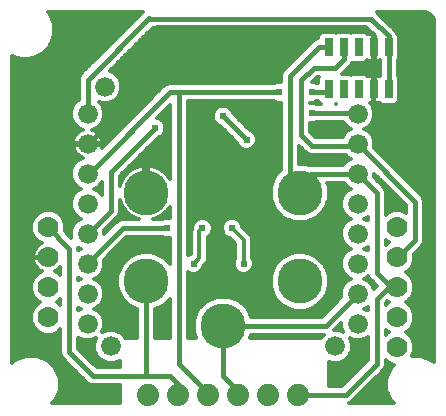
<source format=gbl>
G75*
%MOIN*%
%OFA0B0*%
%FSLAX25Y25*%
%IPPOS*%
%LPD*%
%AMOC8*
5,1,8,0,0,1.08239X$1,22.5*
%
%ADD10C,0.06600*%
%ADD11R,0.02600X0.05906*%
%ADD12C,0.07000*%
%ADD13C,0.15024*%
%ADD14C,0.07400*%
%ADD15C,0.01600*%
%ADD16C,0.01200*%
%ADD17C,0.02387*%
D10*
X0031246Y0032771D03*
X0039002Y0025222D03*
X0031246Y0042771D03*
X0031246Y0052771D03*
X0031246Y0062771D03*
X0031246Y0072771D03*
X0031246Y0082771D03*
X0031246Y0092771D03*
X0031246Y0102771D03*
X0037033Y0111836D03*
X0121246Y0102771D03*
X0121246Y0092771D03*
X0121246Y0082771D03*
X0121246Y0072771D03*
X0121246Y0062771D03*
X0121246Y0052771D03*
X0121246Y0042771D03*
X0121246Y0032771D03*
X0113805Y0025222D03*
D11*
X0111561Y0110852D03*
X0116561Y0110852D03*
X0121561Y0110852D03*
X0126561Y0110852D03*
X0131561Y0110852D03*
X0131561Y0124927D03*
X0126561Y0124927D03*
X0121561Y0124927D03*
X0116561Y0124927D03*
X0111561Y0124927D03*
D12*
X0134474Y0064868D03*
X0134474Y0054907D03*
X0134474Y0044907D03*
X0134474Y0034868D03*
X0134435Y0024868D03*
X0018175Y0034868D03*
X0018175Y0044907D03*
X0018175Y0054868D03*
X0018135Y0064907D03*
D13*
X0050813Y0076403D03*
X0050813Y0046876D03*
X0076403Y0032112D03*
X0101994Y0046876D03*
X0101994Y0076403D03*
D14*
X0101403Y0009021D03*
X0091403Y0009021D03*
X0081403Y0009021D03*
X0071403Y0009021D03*
X0061403Y0009021D03*
X0051403Y0009021D03*
D15*
X0050813Y0015380D02*
X0050813Y0046876D01*
X0057702Y0064592D02*
X0042939Y0064592D01*
X0031246Y0052899D01*
X0031246Y0052771D01*
X0025222Y0057820D02*
X0018135Y0064907D01*
X0025222Y0057820D02*
X0025222Y0023254D01*
X0033096Y0015380D01*
X0050813Y0015380D01*
X0058687Y0015380D01*
X0061403Y0012663D01*
X0061403Y0009021D01*
X0071403Y0009553D02*
X0061639Y0019317D01*
X0061639Y0109868D01*
X0058687Y0109868D01*
X0095104Y0109868D01*
X0098746Y0115271D02*
X0098746Y0082328D01*
X0101994Y0079080D01*
X0105685Y0082771D01*
X0121246Y0082771D01*
X0121246Y0082742D02*
X0127584Y0076403D01*
X0127584Y0049828D01*
X0132013Y0045399D01*
X0127584Y0040970D01*
X0127584Y0019317D01*
X0117289Y0009021D01*
X0101403Y0009021D01*
X0081403Y0009021D02*
X0081403Y0010380D01*
X0076403Y0015380D01*
X0076403Y0031694D01*
X0076821Y0032112D01*
X0076403Y0032112D01*
X0076821Y0032112D02*
X0110586Y0032112D01*
X0121246Y0042771D01*
X0132506Y0044907D02*
X0134474Y0044907D01*
X0134474Y0054750D02*
X0134474Y0054907D01*
X0134474Y0054750D02*
X0140380Y0060655D01*
X0140380Y0073450D01*
X0121246Y0092584D01*
X0121246Y0092771D01*
X0120626Y0092151D01*
X0105931Y0092151D01*
X0102496Y0095586D01*
X0102496Y0114021D01*
X0106618Y0118144D01*
X0113844Y0118144D01*
X0116561Y0120861D01*
X0116561Y0124927D01*
X0111561Y0124927D02*
X0108401Y0124927D01*
X0098746Y0115271D01*
X0105931Y0109868D02*
X0110576Y0109868D01*
X0111561Y0110852D01*
X0105931Y0102978D02*
X0121039Y0102978D01*
X0121246Y0102771D01*
X0126561Y0110852D02*
X0126561Y0117709D01*
X0126561Y0124927D01*
X0126561Y0128706D01*
X0123746Y0131521D01*
X0123647Y0131521D01*
X0054277Y0131521D01*
X0043746Y0120990D01*
X0043746Y0105271D01*
X0031246Y0092771D01*
X0031246Y0102771D02*
X0031246Y0114021D01*
X0051777Y0134553D01*
X0051856Y0134474D01*
X0125616Y0134474D01*
X0131561Y0128529D01*
X0131561Y0124927D01*
X0131561Y0110852D01*
X0101994Y0079080D02*
X0101994Y0076403D01*
X0084277Y0094120D02*
X0076403Y0101994D01*
X0061764Y0109743D02*
X0061639Y0109868D01*
X0058687Y0109868D02*
X0031590Y0082771D01*
X0039002Y0083293D02*
X0053765Y0098057D01*
X0039002Y0083293D02*
X0039002Y0070498D01*
X0031275Y0062771D01*
X0031246Y0062771D01*
X0031246Y0102771D02*
X0030921Y0102771D01*
D16*
X0020529Y0007196D02*
X0019533Y0006200D01*
X0041954Y0006200D01*
X0041954Y0012380D01*
X0032499Y0012380D01*
X0031397Y0012836D01*
X0023523Y0020710D01*
X0022679Y0021554D01*
X0022222Y0022657D01*
X0022222Y0030854D01*
X0021404Y0030035D01*
X0019309Y0029168D01*
X0017041Y0029168D01*
X0014946Y0030035D01*
X0013343Y0031639D01*
X0012475Y0033734D01*
X0012475Y0036002D01*
X0013343Y0038097D01*
X0014946Y0039700D01*
X0015399Y0039887D01*
X0014946Y0040075D01*
X0013343Y0041678D01*
X0012475Y0043773D01*
X0012475Y0046041D01*
X0013343Y0048136D01*
X0014946Y0049739D01*
X0016082Y0050210D01*
X0015502Y0050506D01*
X0014852Y0050978D01*
X0014285Y0051545D01*
X0013813Y0052195D01*
X0013448Y0052910D01*
X0013200Y0053673D01*
X0013075Y0054466D01*
X0013075Y0054582D01*
X0017889Y0054582D01*
X0017889Y0055154D01*
X0013075Y0055154D01*
X0013075Y0055269D01*
X0013200Y0056062D01*
X0013448Y0056825D01*
X0013813Y0057541D01*
X0014285Y0058190D01*
X0014852Y0058758D01*
X0015502Y0059230D01*
X0016150Y0059560D01*
X0014907Y0060075D01*
X0013303Y0061678D01*
X0012435Y0063773D01*
X0012435Y0066041D01*
X0013303Y0068136D01*
X0014907Y0069739D01*
X0017002Y0070607D01*
X0019269Y0070607D01*
X0021364Y0069739D01*
X0022968Y0068136D01*
X0023835Y0066041D01*
X0023835Y0063773D01*
X0023741Y0063544D01*
X0025843Y0061442D01*
X0025746Y0061677D01*
X0025746Y0063865D01*
X0026583Y0065887D01*
X0028130Y0067434D01*
X0028945Y0067771D01*
X0028130Y0068109D01*
X0026583Y0069656D01*
X0025746Y0071677D01*
X0025746Y0073865D01*
X0026583Y0075887D01*
X0028130Y0077434D01*
X0028945Y0077771D01*
X0028130Y0078109D01*
X0026583Y0079656D01*
X0025746Y0081677D01*
X0025746Y0083865D01*
X0026583Y0085887D01*
X0028130Y0087434D01*
X0029750Y0088105D01*
X0029365Y0088230D01*
X0028677Y0088580D01*
X0028054Y0089034D01*
X0027508Y0089579D01*
X0027055Y0090203D01*
X0026705Y0090890D01*
X0026466Y0091624D01*
X0026348Y0092371D01*
X0030846Y0092371D01*
X0030846Y0093171D01*
X0026348Y0093171D01*
X0026466Y0093919D01*
X0026705Y0094652D01*
X0027055Y0095339D01*
X0027508Y0095963D01*
X0028054Y0096509D01*
X0028677Y0096962D01*
X0029365Y0097312D01*
X0029750Y0097438D01*
X0028130Y0098109D01*
X0026583Y0099656D01*
X0025746Y0101677D01*
X0025746Y0103865D01*
X0026583Y0105887D01*
X0028130Y0107434D01*
X0028246Y0107482D01*
X0028246Y0114618D01*
X0028702Y0115721D01*
X0029546Y0116565D01*
X0029546Y0116565D01*
X0049234Y0136252D01*
X0049234Y0136252D01*
X0049746Y0136764D01*
X0017895Y0136764D01*
X0018579Y0136080D01*
X0020028Y0132580D01*
X0020028Y0128793D01*
X0018579Y0125293D01*
X0015901Y0122615D01*
X0012401Y0121165D01*
X0008613Y0121165D01*
X0006200Y0122165D01*
X0006200Y0019797D01*
X0007064Y0020661D01*
X0010564Y0022111D01*
X0014351Y0022111D01*
X0017851Y0020661D01*
X0020529Y0017983D01*
X0021979Y0014483D01*
X0021979Y0010695D01*
X0020529Y0007196D01*
X0020599Y0007365D02*
X0041954Y0007365D01*
X0041954Y0008563D02*
X0021096Y0008563D01*
X0021592Y0009762D02*
X0041954Y0009762D01*
X0041954Y0010960D02*
X0021979Y0010960D01*
X0021979Y0012159D02*
X0041954Y0012159D01*
X0041954Y0018380D02*
X0041954Y0020492D01*
X0040096Y0019722D01*
X0037908Y0019722D01*
X0035886Y0020559D01*
X0034339Y0022107D01*
X0033502Y0024128D01*
X0033502Y0026316D01*
X0034220Y0028050D01*
X0032340Y0027271D01*
X0030152Y0027271D01*
X0028222Y0028071D01*
X0028222Y0024496D01*
X0034339Y0018380D01*
X0041954Y0018380D01*
X0041954Y0019350D02*
X0033368Y0019350D01*
X0032170Y0020549D02*
X0035912Y0020549D01*
X0034698Y0021747D02*
X0030971Y0021747D01*
X0029773Y0022946D02*
X0033991Y0022946D01*
X0033502Y0024144D02*
X0028574Y0024144D01*
X0028222Y0025343D02*
X0033502Y0025343D01*
X0033595Y0026541D02*
X0028222Y0026541D01*
X0028222Y0027740D02*
X0029021Y0027740D01*
X0033470Y0027740D02*
X0034091Y0027740D01*
X0036027Y0029943D02*
X0036746Y0031677D01*
X0036746Y0033865D01*
X0035908Y0035887D01*
X0034361Y0037434D01*
X0033547Y0037771D01*
X0034361Y0038109D01*
X0035908Y0039656D01*
X0036746Y0041677D01*
X0036746Y0043865D01*
X0035908Y0045887D01*
X0034361Y0047434D01*
X0033547Y0047771D01*
X0034361Y0048109D01*
X0035908Y0049656D01*
X0036746Y0051677D01*
X0036746Y0053865D01*
X0036660Y0054071D01*
X0044181Y0061592D01*
X0056077Y0061592D01*
X0057027Y0061198D01*
X0058377Y0061198D01*
X0058639Y0061307D01*
X0058639Y0052783D01*
X0056314Y0055109D01*
X0052744Y0056587D01*
X0048881Y0056587D01*
X0045311Y0055109D01*
X0042579Y0052377D01*
X0041101Y0048807D01*
X0041101Y0044944D01*
X0042579Y0041374D01*
X0045311Y0038642D01*
X0047813Y0037606D01*
X0047813Y0028175D01*
X0043732Y0028175D01*
X0043664Y0028338D01*
X0042117Y0029885D01*
X0040096Y0030722D01*
X0037908Y0030722D01*
X0036027Y0029943D01*
X0036108Y0030137D02*
X0036494Y0030137D01*
X0036604Y0031335D02*
X0047813Y0031335D01*
X0047813Y0030137D02*
X0041509Y0030137D01*
X0043064Y0028938D02*
X0047813Y0028938D01*
X0047813Y0032534D02*
X0036746Y0032534D01*
X0036746Y0033732D02*
X0047813Y0033732D01*
X0047813Y0034931D02*
X0036304Y0034931D01*
X0035666Y0036129D02*
X0047813Y0036129D01*
X0047813Y0037328D02*
X0034467Y0037328D01*
X0034779Y0038526D02*
X0045591Y0038526D01*
X0044229Y0039725D02*
X0035937Y0039725D01*
X0036433Y0040923D02*
X0043030Y0040923D01*
X0042270Y0042122D02*
X0036746Y0042122D01*
X0036746Y0043320D02*
X0041773Y0043320D01*
X0041277Y0044519D02*
X0036475Y0044519D01*
X0035979Y0045717D02*
X0041101Y0045717D01*
X0041101Y0046916D02*
X0034879Y0046916D01*
X0034367Y0048114D02*
X0041101Y0048114D01*
X0041310Y0049313D02*
X0035565Y0049313D01*
X0036263Y0050511D02*
X0041807Y0050511D01*
X0042303Y0051710D02*
X0036746Y0051710D01*
X0036746Y0052908D02*
X0043111Y0052908D01*
X0044309Y0054107D02*
X0036696Y0054107D01*
X0037894Y0055305D02*
X0045786Y0055305D01*
X0048679Y0056504D02*
X0039093Y0056504D01*
X0040292Y0057702D02*
X0058639Y0057702D01*
X0058639Y0056504D02*
X0052946Y0056504D01*
X0055839Y0055305D02*
X0058639Y0055305D01*
X0058639Y0054107D02*
X0057316Y0054107D01*
X0058514Y0052908D02*
X0058639Y0052908D01*
X0064639Y0055659D02*
X0064639Y0106868D01*
X0093478Y0106868D01*
X0094429Y0106474D01*
X0095746Y0106474D01*
X0095746Y0083890D01*
X0093760Y0081904D01*
X0092282Y0078335D01*
X0092282Y0074471D01*
X0093760Y0070902D01*
X0096492Y0068170D01*
X0100062Y0066691D01*
X0103925Y0066691D01*
X0107495Y0068170D01*
X0110227Y0070902D01*
X0111705Y0074471D01*
X0111705Y0078335D01*
X0111111Y0079771D01*
X0116535Y0079771D01*
X0116583Y0079656D01*
X0118130Y0078109D01*
X0118945Y0077771D01*
X0118130Y0077434D01*
X0116583Y0075887D01*
X0115746Y0073865D01*
X0115746Y0071677D01*
X0116583Y0069656D01*
X0118130Y0068109D01*
X0118945Y0067771D01*
X0118130Y0067434D01*
X0116583Y0065887D01*
X0115746Y0063865D01*
X0115746Y0061677D01*
X0116583Y0059656D01*
X0118130Y0058109D01*
X0118945Y0057771D01*
X0118130Y0057434D01*
X0116583Y0055887D01*
X0115746Y0053865D01*
X0115746Y0051677D01*
X0116583Y0049656D01*
X0118130Y0048109D01*
X0118945Y0047771D01*
X0118130Y0047434D01*
X0116583Y0045887D01*
X0115746Y0043865D01*
X0115746Y0041677D01*
X0115794Y0041562D01*
X0109344Y0035112D01*
X0085672Y0035112D01*
X0084636Y0037613D01*
X0081904Y0040345D01*
X0078335Y0041824D01*
X0074471Y0041824D01*
X0070902Y0040345D01*
X0068170Y0037613D01*
X0066691Y0034044D01*
X0066691Y0030180D01*
X0067522Y0028175D01*
X0064639Y0028175D01*
X0064639Y0049904D01*
X0065886Y0049387D01*
X0067236Y0049387D01*
X0068483Y0049904D01*
X0069438Y0050859D01*
X0069954Y0052106D01*
X0069954Y0052215D01*
X0070903Y0053164D01*
X0071329Y0054193D01*
X0071329Y0061671D01*
X0071436Y0061715D01*
X0072390Y0062670D01*
X0072907Y0063917D01*
X0072907Y0065267D01*
X0072390Y0066514D01*
X0071436Y0067469D01*
X0070188Y0067986D01*
X0068838Y0067986D01*
X0067591Y0067469D01*
X0066636Y0066514D01*
X0066120Y0065267D01*
X0066120Y0065108D01*
X0065729Y0064165D01*
X0065729Y0056110D01*
X0064639Y0055659D01*
X0064639Y0056504D02*
X0065729Y0056504D01*
X0065729Y0057702D02*
X0064639Y0057702D01*
X0064639Y0058901D02*
X0065729Y0058901D01*
X0065729Y0060099D02*
X0064639Y0060099D01*
X0064639Y0061298D02*
X0065729Y0061298D01*
X0065729Y0062496D02*
X0064639Y0062496D01*
X0064639Y0063695D02*
X0065729Y0063695D01*
X0065576Y0064592D02*
X0065576Y0065576D01*
X0068529Y0068529D01*
X0071482Y0068529D01*
X0076403Y0063608D01*
X0076403Y0060655D01*
X0077434Y0061715D02*
X0078681Y0061198D01*
X0078790Y0061198D01*
X0080493Y0059495D01*
X0080493Y0054781D01*
X0080416Y0054703D01*
X0079899Y0053456D01*
X0079899Y0052106D01*
X0080416Y0050859D01*
X0081371Y0049904D01*
X0082618Y0049387D01*
X0083968Y0049387D01*
X0085215Y0049904D01*
X0086170Y0050859D01*
X0086687Y0052106D01*
X0086687Y0053456D01*
X0086170Y0054703D01*
X0086093Y0054781D01*
X0086093Y0061212D01*
X0085667Y0062241D01*
X0082750Y0065158D01*
X0082750Y0065267D01*
X0082233Y0066514D01*
X0081278Y0067469D01*
X0080031Y0067986D01*
X0078681Y0067986D01*
X0077434Y0067469D01*
X0076479Y0066514D01*
X0075962Y0065267D01*
X0075962Y0063917D01*
X0076479Y0062670D01*
X0077434Y0061715D01*
X0078441Y0061298D02*
X0071329Y0061298D01*
X0071329Y0060099D02*
X0079889Y0060099D01*
X0080493Y0058901D02*
X0071329Y0058901D01*
X0071329Y0057702D02*
X0080493Y0057702D01*
X0080493Y0056504D02*
X0071329Y0056504D01*
X0071329Y0055305D02*
X0080493Y0055305D01*
X0080169Y0054107D02*
X0071294Y0054107D01*
X0070648Y0052908D02*
X0079899Y0052908D01*
X0080063Y0051710D02*
X0069790Y0051710D01*
X0069090Y0050511D02*
X0080763Y0050511D01*
X0083293Y0052781D02*
X0083293Y0060655D01*
X0079356Y0064592D01*
X0081457Y0067291D02*
X0098615Y0067291D01*
X0096173Y0068489D02*
X0064639Y0068489D01*
X0064639Y0067291D02*
X0067412Y0067291D01*
X0066461Y0066092D02*
X0064639Y0066092D01*
X0064639Y0064893D02*
X0066031Y0064893D01*
X0068529Y0063608D02*
X0068529Y0054750D01*
X0066561Y0052781D01*
X0064639Y0049313D02*
X0092491Y0049313D01*
X0092282Y0048807D02*
X0092282Y0044944D01*
X0093760Y0041374D01*
X0096492Y0038642D01*
X0100062Y0037164D01*
X0103925Y0037164D01*
X0107495Y0038642D01*
X0110227Y0041374D01*
X0111705Y0044944D01*
X0111705Y0048807D01*
X0110227Y0052377D01*
X0107495Y0055109D01*
X0103925Y0056587D01*
X0100062Y0056587D01*
X0096492Y0055109D01*
X0093760Y0052377D01*
X0092282Y0048807D01*
X0092282Y0048114D02*
X0064639Y0048114D01*
X0064639Y0046916D02*
X0092282Y0046916D01*
X0092282Y0045717D02*
X0064639Y0045717D01*
X0064639Y0044519D02*
X0092458Y0044519D01*
X0092954Y0043320D02*
X0064639Y0043320D01*
X0064639Y0042122D02*
X0093451Y0042122D01*
X0094211Y0040923D02*
X0080509Y0040923D01*
X0082525Y0039725D02*
X0095410Y0039725D01*
X0096773Y0038526D02*
X0083723Y0038526D01*
X0084755Y0037328D02*
X0099666Y0037328D01*
X0104321Y0037328D02*
X0111560Y0037328D01*
X0112758Y0038526D02*
X0107215Y0038526D01*
X0108577Y0039725D02*
X0113957Y0039725D01*
X0115155Y0040923D02*
X0109776Y0040923D01*
X0110537Y0042122D02*
X0115746Y0042122D01*
X0115746Y0043320D02*
X0111033Y0043320D01*
X0111529Y0044519D02*
X0116016Y0044519D01*
X0116513Y0045717D02*
X0111705Y0045717D01*
X0111705Y0046916D02*
X0117612Y0046916D01*
X0118124Y0048114D02*
X0111705Y0048114D01*
X0111496Y0049313D02*
X0116926Y0049313D01*
X0116229Y0050511D02*
X0111000Y0050511D01*
X0110503Y0051710D02*
X0115746Y0051710D01*
X0115746Y0052908D02*
X0109695Y0052908D01*
X0108497Y0054107D02*
X0115846Y0054107D01*
X0116342Y0055305D02*
X0107020Y0055305D01*
X0104127Y0056504D02*
X0117200Y0056504D01*
X0118778Y0057702D02*
X0086093Y0057702D01*
X0086093Y0056504D02*
X0099860Y0056504D01*
X0096967Y0055305D02*
X0086093Y0055305D01*
X0086417Y0054107D02*
X0095490Y0054107D01*
X0094292Y0052908D02*
X0086687Y0052908D01*
X0086522Y0051710D02*
X0093484Y0051710D01*
X0092988Y0050511D02*
X0085823Y0050511D01*
X0086093Y0058901D02*
X0117338Y0058901D01*
X0116399Y0060099D02*
X0086093Y0060099D01*
X0086057Y0061298D02*
X0115903Y0061298D01*
X0115746Y0062496D02*
X0085411Y0062496D01*
X0084213Y0063695D02*
X0115746Y0063695D01*
X0116172Y0064893D02*
X0083014Y0064893D01*
X0082408Y0066092D02*
X0116788Y0066092D01*
X0117987Y0067291D02*
X0105372Y0067291D01*
X0107814Y0068489D02*
X0117750Y0068489D01*
X0116570Y0069688D02*
X0109013Y0069688D01*
X0110211Y0070886D02*
X0116073Y0070886D01*
X0115746Y0072085D02*
X0110717Y0072085D01*
X0111213Y0073283D02*
X0115746Y0073283D01*
X0116001Y0074482D02*
X0111705Y0074482D01*
X0111705Y0075680D02*
X0116497Y0075680D01*
X0117575Y0076879D02*
X0111705Y0076879D01*
X0111705Y0078077D02*
X0118206Y0078077D01*
X0116963Y0079276D02*
X0111316Y0079276D01*
X0116535Y0085771D02*
X0105088Y0085771D01*
X0104922Y0085702D01*
X0103925Y0086115D01*
X0101746Y0086115D01*
X0101746Y0092094D01*
X0103387Y0090452D01*
X0104231Y0089608D01*
X0105334Y0089151D01*
X0117088Y0089151D01*
X0118130Y0088109D01*
X0118945Y0087771D01*
X0118130Y0087434D01*
X0116583Y0085887D01*
X0116535Y0085771D01*
X0117163Y0086467D02*
X0101746Y0086467D01*
X0101746Y0087665D02*
X0118689Y0087665D01*
X0117375Y0088864D02*
X0101746Y0088864D01*
X0101746Y0090062D02*
X0103777Y0090062D01*
X0102578Y0091261D02*
X0101746Y0091261D01*
X0106270Y0096055D02*
X0116751Y0096055D01*
X0116583Y0095887D02*
X0116278Y0095151D01*
X0107173Y0095151D01*
X0105496Y0096829D01*
X0105496Y0099584D01*
X0106606Y0099584D01*
X0107556Y0099978D01*
X0116450Y0099978D01*
X0116583Y0099656D01*
X0118130Y0098109D01*
X0118945Y0097771D01*
X0118130Y0097434D01*
X0116583Y0095887D01*
X0117950Y0097253D02*
X0105496Y0097253D01*
X0105496Y0098452D02*
X0117787Y0098452D01*
X0116588Y0099650D02*
X0106765Y0099650D01*
X0107556Y0105978D02*
X0106606Y0106372D01*
X0105496Y0106372D01*
X0105496Y0106474D01*
X0106606Y0106474D01*
X0107556Y0106868D01*
X0108181Y0106868D01*
X0109071Y0105978D01*
X0107556Y0105978D01*
X0107493Y0106841D02*
X0108207Y0106841D01*
X0114051Y0105978D02*
X0114061Y0105988D01*
X0114071Y0105978D01*
X0114051Y0105978D01*
X0108061Y0112868D02*
X0107556Y0112868D01*
X0106606Y0113261D01*
X0105978Y0113261D01*
X0107861Y0115144D01*
X0108489Y0115144D01*
X0108061Y0114716D01*
X0108061Y0112868D01*
X0108061Y0114032D02*
X0106749Y0114032D01*
X0100455Y0121224D02*
X0042691Y0121224D01*
X0043889Y0122422D02*
X0101654Y0122422D01*
X0102852Y0123621D02*
X0045088Y0123621D01*
X0046286Y0124819D02*
X0104051Y0124819D01*
X0105249Y0126018D02*
X0047485Y0126018D01*
X0048683Y0127216D02*
X0106448Y0127216D01*
X0106702Y0127470D02*
X0097046Y0117815D01*
X0096202Y0116971D01*
X0095746Y0115868D01*
X0095746Y0113261D01*
X0094429Y0113261D01*
X0093478Y0112868D01*
X0058090Y0112868D01*
X0056987Y0112411D01*
X0056143Y0111567D01*
X0035941Y0091364D01*
X0036025Y0091624D01*
X0036143Y0092371D01*
X0031646Y0092371D01*
X0031646Y0093171D01*
X0036143Y0093171D01*
X0036025Y0093919D01*
X0035787Y0094652D01*
X0035437Y0095339D01*
X0034983Y0095963D01*
X0034438Y0096509D01*
X0033814Y0096962D01*
X0033127Y0097312D01*
X0032741Y0097438D01*
X0034361Y0098109D01*
X0035908Y0099656D01*
X0036746Y0101677D01*
X0036746Y0103865D01*
X0035908Y0105887D01*
X0035119Y0106676D01*
X0035939Y0106336D01*
X0038127Y0106336D01*
X0040149Y0107174D01*
X0041696Y0108721D01*
X0042533Y0110742D01*
X0042533Y0112930D01*
X0041696Y0114952D01*
X0040149Y0116499D01*
X0038605Y0117138D01*
X0052941Y0131474D01*
X0124373Y0131474D01*
X0126368Y0129480D01*
X0125050Y0129480D01*
X0124643Y0129370D01*
X0124540Y0129311D01*
X0123772Y0130080D01*
X0119349Y0130080D01*
X0119061Y0129791D01*
X0118772Y0130080D01*
X0114349Y0130080D01*
X0114061Y0129791D01*
X0113772Y0130080D01*
X0109349Y0130080D01*
X0108061Y0128791D01*
X0108061Y0127927D01*
X0107804Y0127927D01*
X0106702Y0127470D01*
X0108061Y0128415D02*
X0049882Y0128415D01*
X0051080Y0129613D02*
X0108883Y0129613D01*
X0099257Y0120025D02*
X0041492Y0120025D01*
X0040294Y0118827D02*
X0098058Y0118827D01*
X0097046Y0117815D02*
X0097046Y0117815D01*
X0096860Y0117628D02*
X0039095Y0117628D01*
X0040218Y0116429D02*
X0095978Y0116429D01*
X0095746Y0115231D02*
X0041416Y0115231D01*
X0042077Y0114032D02*
X0095746Y0114032D01*
X0093542Y0106841D02*
X0064639Y0106841D01*
X0064639Y0105643D02*
X0095746Y0105643D01*
X0095746Y0104444D02*
X0078752Y0104444D01*
X0078326Y0104871D02*
X0077078Y0105387D01*
X0075728Y0105387D01*
X0074481Y0104871D01*
X0073526Y0103916D01*
X0073009Y0102669D01*
X0073009Y0101319D01*
X0073526Y0100071D01*
X0074481Y0099117D01*
X0075431Y0098723D01*
X0081006Y0093148D01*
X0081400Y0092197D01*
X0082355Y0091243D01*
X0083602Y0090726D01*
X0084952Y0090726D01*
X0086200Y0091243D01*
X0087154Y0092197D01*
X0087671Y0093445D01*
X0087671Y0094795D01*
X0087154Y0096042D01*
X0086200Y0096997D01*
X0085249Y0097390D01*
X0079674Y0102966D01*
X0079280Y0103916D01*
X0078326Y0104871D01*
X0079558Y0103246D02*
X0095746Y0103246D01*
X0095746Y0102047D02*
X0080592Y0102047D01*
X0081791Y0100849D02*
X0095746Y0100849D01*
X0095746Y0099650D02*
X0082989Y0099650D01*
X0084188Y0098452D02*
X0095746Y0098452D01*
X0095746Y0097253D02*
X0085580Y0097253D01*
X0087141Y0096055D02*
X0095746Y0096055D01*
X0095746Y0094856D02*
X0087645Y0094856D01*
X0087671Y0093658D02*
X0095746Y0093658D01*
X0095746Y0092459D02*
X0087263Y0092459D01*
X0086218Y0091261D02*
X0095746Y0091261D01*
X0095746Y0090062D02*
X0064639Y0090062D01*
X0064639Y0088864D02*
X0095746Y0088864D01*
X0095746Y0087665D02*
X0064639Y0087665D01*
X0064639Y0086467D02*
X0095746Y0086467D01*
X0095746Y0085268D02*
X0064639Y0085268D01*
X0064639Y0084070D02*
X0095746Y0084070D01*
X0094727Y0082871D02*
X0064639Y0082871D01*
X0064639Y0081673D02*
X0093664Y0081673D01*
X0093168Y0080474D02*
X0064639Y0080474D01*
X0064639Y0079276D02*
X0092672Y0079276D01*
X0092282Y0078077D02*
X0064639Y0078077D01*
X0064639Y0076879D02*
X0092282Y0076879D01*
X0092282Y0075680D02*
X0064639Y0075680D01*
X0064639Y0074482D02*
X0092282Y0074482D01*
X0092774Y0073283D02*
X0064639Y0073283D01*
X0064639Y0072085D02*
X0093271Y0072085D01*
X0093776Y0070886D02*
X0064639Y0070886D01*
X0064639Y0069688D02*
X0094975Y0069688D01*
X0077255Y0067291D02*
X0071614Y0067291D01*
X0072565Y0066092D02*
X0076304Y0066092D01*
X0075962Y0064893D02*
X0072907Y0064893D01*
X0072815Y0063695D02*
X0076054Y0063695D01*
X0076652Y0062496D02*
X0072217Y0062496D01*
X0069513Y0064592D02*
X0068529Y0063608D01*
X0058639Y0061298D02*
X0058618Y0061298D01*
X0058639Y0060099D02*
X0042689Y0060099D01*
X0043887Y0061298D02*
X0056787Y0061298D01*
X0058639Y0058901D02*
X0041490Y0058901D01*
X0036746Y0062642D02*
X0036746Y0063865D01*
X0036706Y0063960D01*
X0040701Y0067954D01*
X0041545Y0068798D01*
X0042002Y0069901D01*
X0042002Y0074081D01*
X0042166Y0073468D01*
X0042623Y0072364D01*
X0043220Y0071330D01*
X0043947Y0070382D01*
X0044792Y0069538D01*
X0045739Y0068811D01*
X0046774Y0068213D01*
X0047877Y0067756D01*
X0048491Y0067592D01*
X0042342Y0067592D01*
X0041239Y0067135D01*
X0040395Y0066291D01*
X0036746Y0062642D01*
X0036746Y0063695D02*
X0037799Y0063695D01*
X0037640Y0064893D02*
X0038997Y0064893D01*
X0038839Y0066092D02*
X0040196Y0066092D01*
X0040037Y0067291D02*
X0041614Y0067291D01*
X0041236Y0068489D02*
X0046297Y0068489D01*
X0044642Y0069688D02*
X0041913Y0069688D01*
X0042002Y0070886D02*
X0043561Y0070886D01*
X0042785Y0072085D02*
X0042002Y0072085D01*
X0042002Y0073283D02*
X0042242Y0073283D01*
X0042002Y0078725D02*
X0042002Y0082050D01*
X0054737Y0094786D01*
X0055688Y0095180D01*
X0056642Y0096134D01*
X0057159Y0097382D01*
X0057159Y0098732D01*
X0056642Y0099979D01*
X0055688Y0100934D01*
X0054491Y0101429D01*
X0058639Y0105578D01*
X0058639Y0081070D01*
X0058405Y0081476D01*
X0057678Y0082424D01*
X0056833Y0083268D01*
X0055886Y0083996D01*
X0054851Y0084593D01*
X0053748Y0085050D01*
X0052594Y0085359D01*
X0051413Y0085515D01*
X0051413Y0077003D01*
X0050213Y0077003D01*
X0050213Y0085515D01*
X0049031Y0085359D01*
X0047877Y0085050D01*
X0046774Y0084593D01*
X0045739Y0083996D01*
X0044792Y0083268D01*
X0043947Y0082424D01*
X0043220Y0081476D01*
X0042623Y0080442D01*
X0042166Y0079338D01*
X0042002Y0078725D01*
X0042002Y0079276D02*
X0042149Y0079276D01*
X0042002Y0080474D02*
X0042642Y0080474D01*
X0042002Y0081673D02*
X0043371Y0081673D01*
X0042822Y0082871D02*
X0044395Y0082871D01*
X0044021Y0084070D02*
X0045868Y0084070D01*
X0045219Y0085268D02*
X0048692Y0085268D01*
X0050213Y0085268D02*
X0051413Y0085268D01*
X0051413Y0084070D02*
X0050213Y0084070D01*
X0050213Y0082871D02*
X0051413Y0082871D01*
X0051413Y0081673D02*
X0050213Y0081673D01*
X0050213Y0080474D02*
X0051413Y0080474D01*
X0051413Y0079276D02*
X0050213Y0079276D01*
X0050213Y0078077D02*
X0051413Y0078077D01*
X0055757Y0084070D02*
X0058639Y0084070D01*
X0058639Y0085268D02*
X0052933Y0085268D01*
X0057231Y0082871D02*
X0058639Y0082871D01*
X0058639Y0081673D02*
X0058254Y0081673D01*
X0058639Y0086467D02*
X0046418Y0086467D01*
X0047616Y0087665D02*
X0058639Y0087665D01*
X0058639Y0088864D02*
X0048815Y0088864D01*
X0050014Y0090062D02*
X0058639Y0090062D01*
X0058639Y0091261D02*
X0051212Y0091261D01*
X0052411Y0092459D02*
X0058639Y0092459D01*
X0058639Y0093658D02*
X0053609Y0093658D01*
X0054907Y0094856D02*
X0058639Y0094856D01*
X0058639Y0096055D02*
X0056563Y0096055D01*
X0057106Y0097253D02*
X0058639Y0097253D01*
X0058639Y0098452D02*
X0057159Y0098452D01*
X0056779Y0099650D02*
X0058639Y0099650D01*
X0058639Y0100849D02*
X0055773Y0100849D01*
X0055109Y0102047D02*
X0058639Y0102047D01*
X0058639Y0103246D02*
X0056307Y0103246D01*
X0057506Y0104444D02*
X0058639Y0104444D01*
X0064639Y0104444D02*
X0074054Y0104444D01*
X0073248Y0103246D02*
X0064639Y0103246D01*
X0064639Y0102047D02*
X0073009Y0102047D01*
X0073204Y0100849D02*
X0064639Y0100849D01*
X0064639Y0099650D02*
X0073947Y0099650D01*
X0075702Y0098452D02*
X0064639Y0098452D01*
X0064639Y0097253D02*
X0076901Y0097253D01*
X0078099Y0096055D02*
X0064639Y0096055D01*
X0064639Y0094856D02*
X0079298Y0094856D01*
X0080496Y0093658D02*
X0064639Y0093658D01*
X0064639Y0092459D02*
X0081292Y0092459D01*
X0082337Y0091261D02*
X0064639Y0091261D01*
X0050219Y0105643D02*
X0036009Y0105643D01*
X0036506Y0104444D02*
X0049021Y0104444D01*
X0047822Y0103246D02*
X0036746Y0103246D01*
X0036746Y0102047D02*
X0046624Y0102047D01*
X0045425Y0100849D02*
X0036403Y0100849D01*
X0035903Y0099650D02*
X0044227Y0099650D01*
X0043028Y0098452D02*
X0034704Y0098452D01*
X0033242Y0097253D02*
X0041830Y0097253D01*
X0040631Y0096055D02*
X0034892Y0096055D01*
X0035683Y0094856D02*
X0039433Y0094856D01*
X0038234Y0093658D02*
X0036066Y0093658D01*
X0037036Y0092459D02*
X0031646Y0092459D01*
X0030846Y0092459D02*
X0006200Y0092459D01*
X0006200Y0091261D02*
X0026584Y0091261D01*
X0027157Y0090062D02*
X0006200Y0090062D01*
X0006200Y0088864D02*
X0028288Y0088864D01*
X0028689Y0087665D02*
X0006200Y0087665D01*
X0006200Y0086467D02*
X0027163Y0086467D01*
X0026327Y0085268D02*
X0006200Y0085268D01*
X0006200Y0084070D02*
X0025830Y0084070D01*
X0025746Y0082871D02*
X0006200Y0082871D01*
X0006200Y0081673D02*
X0025748Y0081673D01*
X0026244Y0080474D02*
X0006200Y0080474D01*
X0006200Y0079276D02*
X0026963Y0079276D01*
X0028206Y0078077D02*
X0006200Y0078077D01*
X0006200Y0076879D02*
X0027575Y0076879D01*
X0026497Y0075680D02*
X0006200Y0075680D01*
X0006200Y0074482D02*
X0026001Y0074482D01*
X0025746Y0073283D02*
X0006200Y0073283D01*
X0006200Y0072085D02*
X0025746Y0072085D01*
X0026073Y0070886D02*
X0006200Y0070886D01*
X0006200Y0069688D02*
X0014855Y0069688D01*
X0013656Y0068489D02*
X0006200Y0068489D01*
X0006200Y0067291D02*
X0012953Y0067291D01*
X0012457Y0066092D02*
X0006200Y0066092D01*
X0006200Y0064893D02*
X0012435Y0064893D01*
X0012468Y0063695D02*
X0006200Y0063695D01*
X0006200Y0062496D02*
X0012964Y0062496D01*
X0013684Y0061298D02*
X0006200Y0061298D01*
X0006200Y0060099D02*
X0014882Y0060099D01*
X0015049Y0058901D02*
X0006200Y0058901D01*
X0006200Y0057702D02*
X0013930Y0057702D01*
X0013344Y0056504D02*
X0006200Y0056504D01*
X0006200Y0055305D02*
X0013081Y0055305D01*
X0013132Y0054107D02*
X0006200Y0054107D01*
X0006200Y0052908D02*
X0013449Y0052908D01*
X0014165Y0051710D02*
X0006200Y0051710D01*
X0006200Y0050511D02*
X0015494Y0050511D01*
X0014520Y0049313D02*
X0006200Y0049313D01*
X0006200Y0048114D02*
X0013334Y0048114D01*
X0012837Y0046916D02*
X0006200Y0046916D01*
X0006200Y0045717D02*
X0012475Y0045717D01*
X0012475Y0044519D02*
X0006200Y0044519D01*
X0006200Y0043320D02*
X0012662Y0043320D01*
X0013159Y0042122D02*
X0006200Y0042122D01*
X0006200Y0040923D02*
X0014098Y0040923D01*
X0015006Y0039725D02*
X0006200Y0039725D01*
X0006200Y0038526D02*
X0013772Y0038526D01*
X0013024Y0037328D02*
X0006200Y0037328D01*
X0006200Y0036129D02*
X0012528Y0036129D01*
X0012475Y0034931D02*
X0006200Y0034931D01*
X0006200Y0033732D02*
X0012476Y0033732D01*
X0012972Y0032534D02*
X0006200Y0032534D01*
X0006200Y0031335D02*
X0013646Y0031335D01*
X0014845Y0030137D02*
X0006200Y0030137D01*
X0006200Y0028938D02*
X0022222Y0028938D01*
X0022222Y0027740D02*
X0006200Y0027740D01*
X0006200Y0026541D02*
X0022222Y0026541D01*
X0022222Y0025343D02*
X0006200Y0025343D01*
X0006200Y0024144D02*
X0022222Y0024144D01*
X0022222Y0022946D02*
X0006200Y0022946D01*
X0006200Y0021747D02*
X0009686Y0021747D01*
X0006952Y0020549D02*
X0006200Y0020549D01*
X0015229Y0021747D02*
X0022599Y0021747D01*
X0023684Y0020549D02*
X0017963Y0020549D01*
X0019162Y0019350D02*
X0024883Y0019350D01*
X0026081Y0018152D02*
X0020360Y0018152D01*
X0020956Y0016953D02*
X0027280Y0016953D01*
X0028478Y0015755D02*
X0021452Y0015755D01*
X0021949Y0014556D02*
X0029677Y0014556D01*
X0030875Y0013358D02*
X0021979Y0013358D01*
X0022222Y0030137D02*
X0021505Y0030137D01*
X0028222Y0037472D02*
X0028222Y0038071D01*
X0028945Y0037771D01*
X0028222Y0037472D01*
X0022222Y0038881D02*
X0021404Y0039700D01*
X0020951Y0039887D01*
X0021404Y0040075D01*
X0022222Y0040893D01*
X0022222Y0038881D01*
X0022222Y0039725D02*
X0021344Y0039725D01*
X0028222Y0047472D02*
X0028222Y0048071D01*
X0028945Y0047771D01*
X0028222Y0047472D01*
X0022222Y0048921D02*
X0022222Y0051762D01*
X0022065Y0051545D01*
X0021497Y0050978D01*
X0020848Y0050506D01*
X0020267Y0050210D01*
X0021404Y0049739D01*
X0022222Y0048921D01*
X0022222Y0049313D02*
X0021830Y0049313D01*
X0022222Y0050511D02*
X0020855Y0050511D01*
X0022184Y0051710D02*
X0022222Y0051710D01*
X0028222Y0057472D02*
X0028222Y0058071D01*
X0028945Y0057771D01*
X0028222Y0057472D01*
X0028222Y0057702D02*
X0028778Y0057702D01*
X0025746Y0062496D02*
X0024789Y0062496D01*
X0025746Y0063695D02*
X0023803Y0063695D01*
X0023835Y0064893D02*
X0026172Y0064893D01*
X0026788Y0066092D02*
X0023814Y0066092D01*
X0023318Y0067291D02*
X0027987Y0067291D01*
X0027750Y0068489D02*
X0022615Y0068489D01*
X0021416Y0069688D02*
X0026570Y0069688D01*
X0033547Y0077771D02*
X0034361Y0077434D01*
X0035908Y0075887D01*
X0036002Y0075662D01*
X0036002Y0079881D01*
X0035908Y0079656D01*
X0034361Y0078109D01*
X0033547Y0077771D01*
X0034285Y0078077D02*
X0036002Y0078077D01*
X0036002Y0076879D02*
X0034916Y0076879D01*
X0035994Y0075680D02*
X0036002Y0075680D01*
X0036002Y0079276D02*
X0035528Y0079276D01*
X0026425Y0093658D02*
X0006200Y0093658D01*
X0006200Y0094856D02*
X0026809Y0094856D01*
X0027600Y0096055D02*
X0006200Y0096055D01*
X0006200Y0097253D02*
X0029249Y0097253D01*
X0027787Y0098452D02*
X0006200Y0098452D01*
X0006200Y0099650D02*
X0026588Y0099650D01*
X0026089Y0100849D02*
X0006200Y0100849D01*
X0006200Y0102047D02*
X0025746Y0102047D01*
X0025746Y0103246D02*
X0006200Y0103246D01*
X0006200Y0104444D02*
X0025986Y0104444D01*
X0026482Y0105643D02*
X0006200Y0105643D01*
X0006200Y0106841D02*
X0027538Y0106841D01*
X0028246Y0108040D02*
X0006200Y0108040D01*
X0006200Y0109238D02*
X0028246Y0109238D01*
X0028246Y0110437D02*
X0006200Y0110437D01*
X0006200Y0111635D02*
X0028246Y0111635D01*
X0028246Y0112834D02*
X0006200Y0112834D01*
X0006200Y0114032D02*
X0028246Y0114032D01*
X0028500Y0115231D02*
X0006200Y0115231D01*
X0006200Y0116429D02*
X0029411Y0116429D01*
X0030610Y0117628D02*
X0006200Y0117628D01*
X0006200Y0118827D02*
X0031808Y0118827D01*
X0033007Y0120025D02*
X0006200Y0120025D01*
X0006200Y0121224D02*
X0008472Y0121224D01*
X0012542Y0121224D02*
X0034205Y0121224D01*
X0035404Y0122422D02*
X0015435Y0122422D01*
X0016906Y0123621D02*
X0036602Y0123621D01*
X0037801Y0124819D02*
X0018105Y0124819D01*
X0018879Y0126018D02*
X0038999Y0126018D01*
X0040198Y0127216D02*
X0019375Y0127216D01*
X0019872Y0128415D02*
X0041396Y0128415D01*
X0042595Y0129613D02*
X0020028Y0129613D01*
X0020028Y0130812D02*
X0043793Y0130812D01*
X0044992Y0132010D02*
X0020028Y0132010D01*
X0019768Y0133209D02*
X0046190Y0133209D01*
X0047389Y0134407D02*
X0019272Y0134407D01*
X0018775Y0135606D02*
X0048587Y0135606D01*
X0052279Y0130812D02*
X0125035Y0130812D01*
X0124238Y0129613D02*
X0126234Y0129613D01*
X0126511Y0129337D02*
X0126611Y0129236D01*
X0126611Y0124977D01*
X0126511Y0124977D01*
X0126511Y0129337D01*
X0126462Y0128706D02*
X0123647Y0131521D01*
X0126462Y0128706D02*
X0126561Y0128706D01*
X0126511Y0128415D02*
X0126611Y0128415D01*
X0126611Y0127216D02*
X0126511Y0127216D01*
X0126511Y0126018D02*
X0126611Y0126018D01*
X0126611Y0124877D02*
X0126511Y0124877D01*
X0126511Y0120374D01*
X0125050Y0120374D01*
X0124643Y0120483D01*
X0124540Y0120542D01*
X0123772Y0119774D01*
X0119358Y0119774D01*
X0119104Y0119161D01*
X0116387Y0116445D01*
X0115947Y0116005D01*
X0118772Y0116005D01*
X0119061Y0115716D01*
X0119349Y0116005D01*
X0123772Y0116005D01*
X0124540Y0115236D01*
X0124643Y0115296D01*
X0125050Y0115405D01*
X0126511Y0115405D01*
X0126511Y0110902D01*
X0126611Y0110902D01*
X0126611Y0115405D01*
X0128071Y0115405D01*
X0128478Y0115296D01*
X0128561Y0115248D01*
X0128561Y0120531D01*
X0128478Y0120483D01*
X0128071Y0120374D01*
X0126611Y0120374D01*
X0126611Y0124877D01*
X0126611Y0124819D02*
X0126511Y0124819D01*
X0126511Y0123621D02*
X0126611Y0123621D01*
X0126611Y0122422D02*
X0126511Y0122422D01*
X0126511Y0121224D02*
X0126611Y0121224D01*
X0128561Y0120025D02*
X0124023Y0120025D01*
X0128561Y0118827D02*
X0118769Y0118827D01*
X0117571Y0117628D02*
X0128561Y0117628D01*
X0128561Y0116429D02*
X0116372Y0116429D01*
X0126511Y0115231D02*
X0126611Y0115231D01*
X0126611Y0114032D02*
X0126511Y0114032D01*
X0126511Y0112834D02*
X0126611Y0112834D01*
X0126611Y0111635D02*
X0126511Y0111635D01*
X0126511Y0110802D02*
X0126611Y0110802D01*
X0126611Y0106299D01*
X0128071Y0106299D01*
X0128478Y0106408D01*
X0128581Y0106468D01*
X0129349Y0105699D01*
X0133772Y0105699D01*
X0135061Y0106988D01*
X0135061Y0114716D01*
X0134561Y0115216D01*
X0134561Y0120563D01*
X0135061Y0121063D01*
X0135061Y0128791D01*
X0134444Y0129407D01*
X0134104Y0130228D01*
X0133260Y0131072D01*
X0128159Y0136173D01*
X0127569Y0136764D01*
X0143332Y0136764D01*
X0143844Y0136723D01*
X0144819Y0136407D01*
X0145647Y0135805D01*
X0146249Y0134976D01*
X0146566Y0134002D01*
X0146606Y0133490D01*
X0146606Y0019858D01*
X0145804Y0020661D01*
X0142304Y0022111D01*
X0139462Y0022111D01*
X0140135Y0023734D01*
X0140135Y0026002D01*
X0139267Y0028097D01*
X0137663Y0029700D01*
X0137278Y0029860D01*
X0137703Y0030035D01*
X0139306Y0031639D01*
X0140174Y0033734D01*
X0140174Y0036002D01*
X0139306Y0038097D01*
X0137703Y0039700D01*
X0137250Y0039887D01*
X0137703Y0040075D01*
X0139306Y0041678D01*
X0140174Y0043773D01*
X0140174Y0046041D01*
X0139306Y0048136D01*
X0137703Y0049739D01*
X0137298Y0049907D01*
X0137703Y0050075D01*
X0139306Y0051678D01*
X0140174Y0053773D01*
X0140174Y0056041D01*
X0140125Y0056158D01*
X0142923Y0058956D01*
X0143380Y0060058D01*
X0143380Y0072854D01*
X0143380Y0074047D01*
X0142923Y0075150D01*
X0126643Y0091430D01*
X0126746Y0091677D01*
X0126746Y0093865D01*
X0125908Y0095887D01*
X0124361Y0097434D01*
X0123547Y0097771D01*
X0124361Y0098109D01*
X0125908Y0099656D01*
X0126746Y0101677D01*
X0126746Y0103865D01*
X0125908Y0105887D01*
X0125496Y0106299D01*
X0126511Y0106299D01*
X0126511Y0110802D01*
X0126511Y0110437D02*
X0126611Y0110437D01*
X0126611Y0109238D02*
X0126511Y0109238D01*
X0126511Y0108040D02*
X0126611Y0108040D01*
X0126611Y0106841D02*
X0126511Y0106841D01*
X0126009Y0105643D02*
X0146606Y0105643D01*
X0146606Y0106841D02*
X0134914Y0106841D01*
X0135061Y0108040D02*
X0146606Y0108040D01*
X0146606Y0109238D02*
X0135061Y0109238D01*
X0135061Y0110437D02*
X0146606Y0110437D01*
X0146606Y0111635D02*
X0135061Y0111635D01*
X0135061Y0112834D02*
X0146606Y0112834D01*
X0146606Y0114032D02*
X0135061Y0114032D01*
X0134561Y0115231D02*
X0146606Y0115231D01*
X0146606Y0116429D02*
X0134561Y0116429D01*
X0134561Y0117628D02*
X0146606Y0117628D01*
X0146606Y0118827D02*
X0134561Y0118827D01*
X0134561Y0120025D02*
X0146606Y0120025D01*
X0146606Y0121224D02*
X0135061Y0121224D01*
X0135061Y0122422D02*
X0146606Y0122422D01*
X0146606Y0123621D02*
X0135061Y0123621D01*
X0135061Y0124819D02*
X0146606Y0124819D01*
X0146606Y0126018D02*
X0135061Y0126018D01*
X0135061Y0127216D02*
X0146606Y0127216D01*
X0146606Y0128415D02*
X0135061Y0128415D01*
X0134359Y0129613D02*
X0146606Y0129613D01*
X0146606Y0130812D02*
X0133521Y0130812D01*
X0132322Y0132010D02*
X0146606Y0132010D01*
X0146606Y0133209D02*
X0131124Y0133209D01*
X0129925Y0134407D02*
X0146434Y0134407D01*
X0145792Y0135606D02*
X0128727Y0135606D01*
X0126506Y0104444D02*
X0146606Y0104444D01*
X0146606Y0103246D02*
X0126746Y0103246D01*
X0126746Y0102047D02*
X0146606Y0102047D01*
X0146606Y0100849D02*
X0126403Y0100849D01*
X0125903Y0099650D02*
X0146606Y0099650D01*
X0146606Y0098452D02*
X0124704Y0098452D01*
X0124542Y0097253D02*
X0146606Y0097253D01*
X0146606Y0096055D02*
X0125740Y0096055D01*
X0126335Y0094856D02*
X0146606Y0094856D01*
X0146606Y0093658D02*
X0126746Y0093658D01*
X0126746Y0092459D02*
X0146606Y0092459D01*
X0146606Y0091261D02*
X0126812Y0091261D01*
X0128010Y0090062D02*
X0146606Y0090062D01*
X0146606Y0088864D02*
X0129209Y0088864D01*
X0130407Y0087665D02*
X0146606Y0087665D01*
X0146606Y0086467D02*
X0131606Y0086467D01*
X0132804Y0085268D02*
X0146606Y0085268D01*
X0146606Y0084070D02*
X0134003Y0084070D01*
X0135201Y0082871D02*
X0146606Y0082871D01*
X0146606Y0081673D02*
X0136400Y0081673D01*
X0137598Y0080474D02*
X0146606Y0080474D01*
X0146606Y0079276D02*
X0138797Y0079276D01*
X0139995Y0078077D02*
X0146606Y0078077D01*
X0146606Y0076879D02*
X0141194Y0076879D01*
X0142392Y0075680D02*
X0146606Y0075680D01*
X0146606Y0074482D02*
X0143200Y0074482D01*
X0143380Y0073283D02*
X0146606Y0073283D01*
X0146606Y0072085D02*
X0143380Y0072085D01*
X0143380Y0070886D02*
X0146606Y0070886D01*
X0146606Y0069688D02*
X0143380Y0069688D01*
X0143380Y0068489D02*
X0146606Y0068489D01*
X0146606Y0067291D02*
X0143380Y0067291D01*
X0143380Y0066092D02*
X0146606Y0066092D01*
X0146606Y0064893D02*
X0143380Y0064893D01*
X0143380Y0063695D02*
X0146606Y0063695D01*
X0146606Y0062496D02*
X0143380Y0062496D01*
X0143380Y0061298D02*
X0146606Y0061298D01*
X0146606Y0060099D02*
X0143380Y0060099D01*
X0142868Y0058901D02*
X0146606Y0058901D01*
X0146606Y0057702D02*
X0141669Y0057702D01*
X0140471Y0056504D02*
X0146606Y0056504D01*
X0146606Y0055305D02*
X0140174Y0055305D01*
X0140174Y0054107D02*
X0146606Y0054107D01*
X0146606Y0052908D02*
X0139816Y0052908D01*
X0139319Y0051710D02*
X0146606Y0051710D01*
X0146606Y0050511D02*
X0138139Y0050511D01*
X0138129Y0049313D02*
X0146606Y0049313D01*
X0146606Y0048114D02*
X0139315Y0048114D01*
X0139812Y0046916D02*
X0146606Y0046916D01*
X0146606Y0045717D02*
X0140174Y0045717D01*
X0140174Y0044519D02*
X0146606Y0044519D01*
X0146606Y0043320D02*
X0139986Y0043320D01*
X0139490Y0042122D02*
X0146606Y0042122D01*
X0146606Y0040923D02*
X0138551Y0040923D01*
X0137643Y0039725D02*
X0146606Y0039725D01*
X0146606Y0038526D02*
X0138877Y0038526D01*
X0139625Y0037328D02*
X0146606Y0037328D01*
X0146606Y0036129D02*
X0140121Y0036129D01*
X0140174Y0034931D02*
X0146606Y0034931D01*
X0146606Y0033732D02*
X0140173Y0033732D01*
X0139677Y0032534D02*
X0146606Y0032534D01*
X0146606Y0031335D02*
X0139002Y0031335D01*
X0137804Y0030137D02*
X0146606Y0030137D01*
X0146606Y0028938D02*
X0138425Y0028938D01*
X0139415Y0027740D02*
X0146606Y0027740D01*
X0146606Y0026541D02*
X0139911Y0026541D01*
X0140135Y0025343D02*
X0146606Y0025343D01*
X0146606Y0024144D02*
X0140135Y0024144D01*
X0139808Y0022946D02*
X0146606Y0022946D01*
X0146606Y0021747D02*
X0143182Y0021747D01*
X0145916Y0020549D02*
X0146606Y0020549D01*
X0133524Y0019168D02*
X0132339Y0017983D01*
X0130889Y0014483D01*
X0130889Y0010695D01*
X0132339Y0007196D01*
X0133335Y0006200D01*
X0118317Y0006200D01*
X0118988Y0006478D01*
X0119832Y0007322D01*
X0129284Y0016773D01*
X0130128Y0017617D01*
X0130584Y0018720D01*
X0130584Y0020657D01*
X0131206Y0020035D01*
X0133301Y0019168D01*
X0133524Y0019168D01*
X0132861Y0019350D02*
X0130584Y0019350D01*
X0130584Y0020549D02*
X0130693Y0020549D01*
X0130349Y0018152D02*
X0132507Y0018152D01*
X0131912Y0016953D02*
X0129463Y0016953D01*
X0128265Y0015755D02*
X0131416Y0015755D01*
X0130919Y0014556D02*
X0127066Y0014556D01*
X0125868Y0013358D02*
X0130889Y0013358D01*
X0130889Y0012159D02*
X0124669Y0012159D01*
X0123471Y0010960D02*
X0130889Y0010960D01*
X0131276Y0009762D02*
X0122272Y0009762D01*
X0121074Y0008563D02*
X0131772Y0008563D01*
X0132269Y0007365D02*
X0119875Y0007365D01*
X0116046Y0012021D02*
X0111836Y0012021D01*
X0111836Y0020084D01*
X0112711Y0019722D01*
X0114899Y0019722D01*
X0116920Y0020559D01*
X0118467Y0022107D01*
X0119305Y0024128D01*
X0119305Y0026316D01*
X0118652Y0027893D01*
X0120152Y0027271D01*
X0122340Y0027271D01*
X0124361Y0028109D01*
X0124584Y0028332D01*
X0124584Y0020559D01*
X0116046Y0012021D01*
X0116184Y0012159D02*
X0111836Y0012159D01*
X0111836Y0013358D02*
X0117383Y0013358D01*
X0118581Y0014556D02*
X0111836Y0014556D01*
X0111836Y0015755D02*
X0119780Y0015755D01*
X0120978Y0016953D02*
X0111836Y0016953D01*
X0111836Y0018152D02*
X0122177Y0018152D01*
X0123375Y0019350D02*
X0111836Y0019350D01*
X0116894Y0020549D02*
X0124574Y0020549D01*
X0124584Y0021747D02*
X0118108Y0021747D01*
X0118815Y0022946D02*
X0124584Y0022946D01*
X0124584Y0024144D02*
X0119305Y0024144D01*
X0119305Y0025343D02*
X0124584Y0025343D01*
X0124584Y0026541D02*
X0119211Y0026541D01*
X0119021Y0027740D02*
X0118715Y0027740D01*
X0116399Y0030101D02*
X0114899Y0030722D01*
X0113439Y0030722D01*
X0115746Y0033029D01*
X0115746Y0031677D01*
X0116399Y0030101D01*
X0116384Y0030137D02*
X0116312Y0030137D01*
X0115887Y0031335D02*
X0114052Y0031335D01*
X0115251Y0032534D02*
X0115746Y0032534D01*
X0110361Y0036129D02*
X0085251Y0036129D01*
X0085672Y0029112D02*
X0085284Y0028175D01*
X0109075Y0028175D01*
X0109142Y0028338D01*
X0109916Y0029112D01*
X0085672Y0029112D01*
X0085601Y0028938D02*
X0109743Y0028938D01*
X0123470Y0027740D02*
X0124584Y0027740D01*
X0130584Y0029078D02*
X0130584Y0030696D01*
X0131245Y0030035D01*
X0131631Y0029876D01*
X0131206Y0029700D01*
X0130584Y0029078D01*
X0130584Y0030137D02*
X0131144Y0030137D01*
X0124584Y0037211D02*
X0124361Y0037434D01*
X0123547Y0037771D01*
X0124361Y0038109D01*
X0124584Y0038332D01*
X0124584Y0037211D01*
X0124584Y0037328D02*
X0124467Y0037328D01*
X0130584Y0039039D02*
X0130584Y0039727D01*
X0131088Y0040232D01*
X0131245Y0040075D01*
X0131698Y0039887D01*
X0131245Y0039700D01*
X0130584Y0039039D01*
X0130584Y0039725D02*
X0131305Y0039725D01*
X0132506Y0044907D02*
X0132013Y0045399D01*
X0127771Y0045399D02*
X0126597Y0044225D01*
X0125908Y0045887D01*
X0124361Y0047434D01*
X0123547Y0047771D01*
X0124361Y0048109D01*
X0124848Y0048595D01*
X0125041Y0048129D01*
X0125885Y0047285D01*
X0127771Y0045399D01*
X0127453Y0045717D02*
X0125979Y0045717D01*
X0126254Y0046916D02*
X0124879Y0046916D01*
X0125056Y0048114D02*
X0124367Y0048114D01*
X0126475Y0044519D02*
X0126890Y0044519D01*
X0124584Y0057211D02*
X0124361Y0057434D01*
X0123547Y0057771D01*
X0124361Y0058109D01*
X0124584Y0058332D01*
X0124584Y0057211D01*
X0124584Y0057702D02*
X0123713Y0057702D01*
X0130584Y0059078D02*
X0130584Y0060696D01*
X0131245Y0060035D01*
X0131603Y0059887D01*
X0131245Y0059739D01*
X0130584Y0059078D01*
X0130584Y0060099D02*
X0131181Y0060099D01*
X0124584Y0067211D02*
X0124361Y0067434D01*
X0123547Y0067771D01*
X0124361Y0068109D01*
X0124584Y0068332D01*
X0124584Y0067211D01*
X0124584Y0067291D02*
X0124505Y0067291D01*
X0130584Y0069039D02*
X0130584Y0077000D01*
X0130128Y0078103D01*
X0129284Y0078946D01*
X0126689Y0081541D01*
X0126746Y0081677D01*
X0126746Y0082842D01*
X0137380Y0072208D01*
X0137380Y0069834D01*
X0135608Y0070568D01*
X0133340Y0070568D01*
X0131245Y0069700D01*
X0130584Y0069039D01*
X0130584Y0069688D02*
X0131233Y0069688D01*
X0130584Y0070886D02*
X0137380Y0070886D01*
X0137380Y0072085D02*
X0130584Y0072085D01*
X0130584Y0073283D02*
X0136304Y0073283D01*
X0135106Y0074482D02*
X0130584Y0074482D01*
X0130584Y0075680D02*
X0133907Y0075680D01*
X0132709Y0076879D02*
X0130584Y0076879D01*
X0130138Y0078077D02*
X0131510Y0078077D01*
X0130312Y0079276D02*
X0128954Y0079276D01*
X0129113Y0080474D02*
X0127756Y0080474D01*
X0127915Y0081673D02*
X0126744Y0081673D01*
X0121246Y0082742D02*
X0121246Y0082771D01*
X0072298Y0040923D02*
X0064639Y0040923D01*
X0064639Y0039725D02*
X0070282Y0039725D01*
X0069083Y0038526D02*
X0064639Y0038526D01*
X0064639Y0037328D02*
X0068052Y0037328D01*
X0067555Y0036129D02*
X0064639Y0036129D01*
X0064639Y0034931D02*
X0067059Y0034931D01*
X0066691Y0033732D02*
X0064639Y0033732D01*
X0064639Y0032534D02*
X0066691Y0032534D01*
X0066691Y0031335D02*
X0064639Y0031335D01*
X0064639Y0030137D02*
X0066709Y0030137D01*
X0067206Y0028938D02*
X0064639Y0028938D01*
X0058639Y0028938D02*
X0053813Y0028938D01*
X0053813Y0028175D02*
X0058639Y0028175D01*
X0058639Y0040968D01*
X0056314Y0038642D01*
X0053813Y0037606D01*
X0053813Y0028175D01*
X0053813Y0030137D02*
X0058639Y0030137D01*
X0058639Y0031335D02*
X0053813Y0031335D01*
X0053813Y0032534D02*
X0058639Y0032534D01*
X0058639Y0033732D02*
X0053813Y0033732D01*
X0053813Y0034931D02*
X0058639Y0034931D01*
X0058639Y0036129D02*
X0053813Y0036129D01*
X0053813Y0037328D02*
X0058639Y0037328D01*
X0058639Y0038526D02*
X0056034Y0038526D01*
X0057396Y0039725D02*
X0058639Y0039725D01*
X0058595Y0040923D02*
X0058639Y0040923D01*
X0056077Y0067592D02*
X0053135Y0067592D01*
X0053748Y0067756D01*
X0054851Y0068213D01*
X0055886Y0068811D01*
X0056833Y0069538D01*
X0057678Y0070382D01*
X0058405Y0071330D01*
X0058639Y0071736D01*
X0058639Y0067877D01*
X0058377Y0067986D01*
X0057027Y0067986D01*
X0056077Y0067592D01*
X0055329Y0068489D02*
X0058639Y0068489D01*
X0058639Y0069688D02*
X0056983Y0069688D01*
X0058064Y0070886D02*
X0058639Y0070886D01*
X0051418Y0106841D02*
X0039347Y0106841D01*
X0041015Y0108040D02*
X0052616Y0108040D01*
X0053815Y0109238D02*
X0041910Y0109238D01*
X0042407Y0110437D02*
X0055013Y0110437D01*
X0056212Y0111635D02*
X0042533Y0111635D01*
X0042533Y0112834D02*
X0058008Y0112834D01*
D17*
X0053765Y0098057D03*
X0076403Y0101994D03*
X0084277Y0094120D03*
X0095104Y0109868D03*
X0105931Y0109868D03*
X0105931Y0102978D03*
X0126561Y0117709D03*
X0079356Y0064592D03*
X0076403Y0060655D03*
X0069513Y0064592D03*
X0065576Y0064592D03*
X0057702Y0064592D03*
X0066561Y0052781D03*
X0083293Y0052781D03*
M02*

</source>
